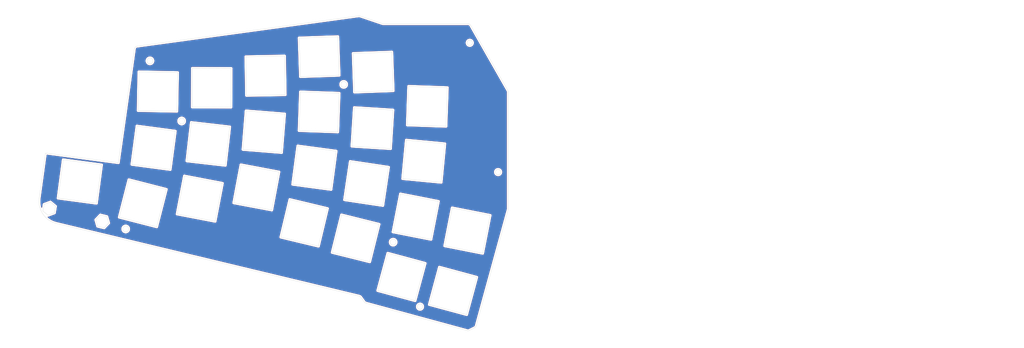
<source format=kicad_pcb>
(kicad_pcb (version 20211014) (generator pcbnew)
  (layers (0 "F.Cu" signal) (31 "B.Cu" signal) (34 "B.Paste" user) (35 "F.Paste" user) (36 "B.SilkS" user "B.Silkscreen") (37 "F.SilkS" user "F.Silkscreen") (38 "B.Mask" user) (39 "F.Mask" user) (44 "Edge.Cuts" user))
  (net 0 "")
  (gr_line (start -134.343213 40.571573) (end -136.169561 54.310995) (layer "Edge.Cuts") (width 0.09))
  (gr_line (start -99.851304 68.009352) (end -86.230969 70.573537) (layer "Edge.Cuts") (width 0.09))
  (gr_circle (center -33.420321 104.992094) (end -32.420321 104.992094) (layer "Edge.Cuts") (width 0.09) (fill none))
  (gr_line (start -69.598097 83.473686) (end -66.369393 69.995151) (layer "Edge.Cuts") (width 0.09))
  (gr_line (start -47.972439 75.591838) (end -61.420792 72.23989) (layer "Edge.Cuts") (width 0.09))
  (gr_line (start -77.01491 47.672274) (end -78.85204 61.409825) (layer "Edge.Cuts") (width 0.09))
  (gr_line (start -101.205912 40.884131) (end -114.975699 39.303968) (layer "Edge.Cuts") (width 0.09))
  (gr_line (start -63.27736 49.509404) (end -77.01491 47.672274) (layer "Edge.Cuts") (width 0.09))
  (gr_line (start -81.682353 15.614352) (end -95.539931 15.870214) (layer "Edge.Cuts") (width 0.09))
  (gr_line (start -82.744907 50.087128) (end -81.637026 36.271749) (layer "Edge.Cuts") (width 0.09))
  (gr_curve (pts (xy -16.580965 113.50541) (xy -16.344136 113.569704) (xy -16.091955 113.544684) (xy -15.872395 113.435109)) (layer "Edge.Cuts") (width 0.09))
  (gr_line (start -167.434093 68.50455) (end -167.843405 70.894624) (layer "Edge.Cuts") (width 0.09))
  (gr_line (start -117.430128 58.382753) (end -120.039115 71.994916) (layer "Edge.Cuts") (width 0.09))
  (gr_line (start -62.70705 42.74361) (end -62.218053 28.892457) (layer "Edge.Cuts") (width 0.09))
  (gr_curve (pts (xy -54.829276 1.412597) (xy -54.975886 1.363009) (xy -55.131992 1.34813) (xy -55.285321 1.369124)) (layer "Edge.Cuts") (width 0.09))
  (gr_line (start -76.546306 9.183282) (end -76.06791 23.035137) (layer "Edge.Cuts") (width 0.09))
  (gr_circle (center -60.625543 25.768284) (end -59.525543 25.768284) (layer "Edge.Cuts") (width 0.09) (fill none))
  (gr_line (start -43.908561 48.704759) (end -43.033012 34.872868) (layer "Edge.Cuts") (width 0.09))
  (gr_curve (pts (xy -15.40834 4.687397) (xy -15.586301 4.375465) (xy -15.917827 4.182927) (xy -16.276935 4.182927)) (layer "Edge.Cuts") (width 0.09))
  (gr_line (start -46.653296 68.961843) (end -44.602984 55.254326) (layer "Edge.Cuts") (width 0.09))
  (gr_line (start -31.543951 89.51571) (end -44.924204 85.901622) (layer "Edge.Cuts") (width 0.09))
  (gr_line (start -114.975699 39.303968) (end -116.555862 53.073754) (layer "Edge.Cuts") (width 0.09))
  (gr_curve (pts (xy -166.903292 50.261682) (xy -166.903292 50.261682) (xy -169.130094 66.411622) (xy -169.130094 66.411622)) (layer "Edge.Cuts") (width 0.09))
  (gr_line (start -79.847928 66.766446) (end -83.076633 80.244981) (layer "Edge.Cuts") (width 0.09))
  (gr_line (start -57.291364 14.698999) (end -56.794802 28.550508) (layer "Edge.Cuts") (width 0.09))
  (gr_line (start -48.538291 99.281874) (end -35.158039 102.895962) (layer "Edge.Cuts") (width 0.09))
  (gr_line (start -37.983955 40.258136) (end -24.132808 40.74714) (layer "Edge.Cuts") (width 0.09))
  (gr_curve (pts (xy -15.872395 113.435109) (xy -15.872395 113.435109) (xy -13.956405 112.478987) (xy -13.956405 112.478987)) (layer "Edge.Cuts") (width 0.09))
  (gr_curve (pts (xy -1.999986 28.455412) (xy -1.999986 28.281629) (xy -2.045289 28.110838) (xy -2.131394 27.959878)) (layer "Edge.Cuts") (width 0.09))
  (gr_line (start -95.539931 15.870214) (end -95.284069 29.727792) (layer "Edge.Cuts") (width 0.09))
  (gr_curve (pts (xy -16.276935 4.182927) (xy -16.276935 4.182927) (xy -46.474144 4.182927) (xy -46.474144 4.182927)) (layer "Edge.Cuts") (width 0.09))
  (gr_line (start -147.369849 72.276429) (end -149.045483 74.02921) (layer "Edge.Cuts") (width 0.09))
  (gr_line (start -83.666784 56.953202) (end -97.287119 54.389017) (layer "Edge.Cuts") (width 0.09))
  (gr_circle (center -129.68229 17.371) (end -128.58229 17.371) (layer "Edge.Cuts") (width 0.09) (fill none))
  (gr_curve (pts (xy -13.956405 112.478987) (xy -13.702243 112.352143) (xy -13.514011 112.123195) (xy -13.438693 111.84931)) (layer "Edge.Cuts") (width 0.09))
  (gr_line (start -145.014079 72.851179) (end -147.369849 72.276429) (layer "Edge.Cuts") (width 0.09))
  (gr_line (start -133.656421 21.256911) (end -133.9278 35.113822) (layer "Edge.Cuts") (width 0.09))
  (gr_line (start -25.84497 60.69952) (end -24.5337 46.901411) (layer "Edge.Cuts") (width 0.09))
  (gr_line (start -95.284069 29.727792) (end -81.426491 29.47193) (layer "Edge.Cuts") (width 0.09))
  (gr_line (start -103.817965 60.991739) (end -117.430128 58.382753) (layer "Edge.Cuts") (width 0.09))
  (gr_line (start -11.060986 86.012041) (end -8.386599 72.412808) (layer "Edge.Cuts") (width 0.09))
  (gr_line (start -100.784696 33.92339) (end -100.715678 20.063107) (layer "Edge.Cuts") (width 0.09))
  (gr_line (start -43.088443 78.372828) (end -29.487207 81.037293) (layer "Edge.Cuts") (width 0.09))
  (gr_line (start -26.534542 90.86879) (end -30.148601 104.249071) (layer "Edge.Cuts") (width 0.09))
  (gr_line (start -146.009576 76.931492) (end -144.333943 75.178711) (layer "Edge.Cuts") (width 0.09))
  (gr_line (start -81.637026 36.271749) (end -95.452405 35.163868) (layer "Edge.Cuts") (width 0.09))
  (gr_line (start -137.224863 59.702651) (end -140.670128 73.127976) (layer "Edge.Cuts") (width 0.09))
  (gr_circle (center -138.330513 77.292745) (end -137.230513 77.292745) (layer "Edge.Cuts") (width 0.09) (fill none))
  (gr_line (start -44.602984 55.254326) (end -58.310501 53.204013) (layer "Edge.Cuts") (width 0.09))
  (gr_line (start -51.324387 89.04019) (end -47.972439 75.591838) (layer "Edge.Cuts") (width 0.09))
  (gr_line (start -23.643805 26.895993) (end -37.494951 26.40699) (layer "Edge.Cuts") (width 0.09))
  (gr_line (start -24.660219 83.337653) (end -11.060986 86.012041) (layer "Edge.Cuts") (width 0.09))
  (gr_line (start -96.560286 48.979248) (end -82.744907 50.087128) (layer "Edge.Cuts") (width 0.09))
  (gr_line (start -106.426952 74.603903) (end -103.817965 60.991739) (layer "Edge.Cuts") (width 0.09))
  (gr_curve (pts (xy -169.130094 66.411622) (xy -169.691925 70.486352) (xy -167.072253 74.323069) (xy -163.072626 75.283303)) (layer "Edge.Cuts") (width 0.09))
  (gr_line (start -162.463649 66.332309) (end -148.725385 68.165155) (layer "Edge.Cuts") (width 0.09))
  (gr_line (start -163.703675 71.603573) (end -163.294363 69.213499) (layer "Edge.Cuts") (width 0.09))
  (gr_line (start -56.864903 33.997319) (end -57.740452 47.82921) (layer "Edge.Cuts") (width 0.09))
  (gr_circle (center -43 82) (end -41.9 82) (layer "Edge.Cuts") (width 0.09) (fill none))
  (gr_line (start -146.892539 54.426891) (end -160.630803 52.594045) (layer "Edge.Cuts") (width 0.09))
  (gr_line (start -43.439855 14.202438) (end -57.291364 14.698999) (layer "Edge.Cuts") (width 0.09))
  (gr_line (start -160.630803 52.594045) (end -162.463649 66.332309) (layer "Edge.Cuts") (width 0.09))
  (gr_line (start -37.494951 26.40699) (end -37.983955 40.258136) (layer "Edge.Cuts") (width 0.09))
  (gr_circle (center -118.380307 38.811769) (end -117.280307 38.811769) (layer "Edge.Cuts") (width 0.09) (fill none))
  (gr_line (start -81.426491 29.47193) (end -81.682353 15.614352) (layer "Edge.Cuts") (width 0.09))
  (gr_line (start -38.331809 45.59014) (end -39.64308 59.388249) (layer "Edge.Cuts") (width 0.09))
  (gr_line (start -65.11449 63.246954) (end -63.27736 49.509404) (layer "Edge.Cuts") (width 0.09))
  (gr_line (start -100.715678 20.063107) (end -114.575961 19.99409) (layer "Edge.Cuts") (width 0.09))
  (gr_line (start -120.603791 42.397922) (end -134.343213 40.571573) (layer "Edge.Cuts") (width 0.09))
  (gr_line (start -78.85204 61.409825) (end -65.11449 63.246954) (layer "Edge.Cuts") (width 0.09))
  (gr_line (start -165.159572 67.663987) (end -167.434093 68.50455) (layer "Edge.Cuts") (width 0.09))
  (gr_curve (pts (xy -134.320936 12.188812) (xy -134.764018 12.249468) (xy -135.112941 12.596927) (xy -135.17547 13.039751)) (layer "Edge.Cuts") (width 0.09))
  (gr_curve (pts (xy -1.999986 29.16493) (xy -1.999986 29.16493) (xy -1.999986 28.455412) (xy -1.999986 28.455412)) (layer "Edge.Cuts") (width 0.09))
  (gr_curve (pts (xy -55.094204 101.206592) (xy -54.862758 101.262144) (xy -54.658701 101.398462) (xy -54.518744 101.591)) (layer "Edge.Cuts") (width 0.09))
  (gr_line (start -58.310501 53.204013) (end -60.360814 66.911531) (layer "Edge.Cuts") (width 0.09))
  (gr_line (start -83.076633 80.244981) (end -69.598097 83.473686) (layer "Edge.Cuts") (width 0.09))
  (gr_line (start -123.799538 63.147917) (end -137.224863 59.702651) (layer "Edge.Cuts") (width 0.09))
  (gr_line (start -13.154261 94.482849) (end -26.534542 90.86879) (layer "Edge.Cuts") (width 0.09))
  (gr_line (start -62.218053 28.892457) (end -76.069205 28.40346) (layer "Edge.Cuts") (width 0.09))
  (gr_line (start -86.230969 70.573537) (end -83.666784 56.953202) (layer "Edge.Cuts") (width 0.09))
  (gr_line (start -149.045483 74.02921) (end -148.365346 76.356742) (layer "Edge.Cuts") (width 0.09))
  (gr_line (start -76.06791 23.035137) (end -62.216056 22.556742) (layer "Edge.Cuts") (width 0.09))
  (gr_line (start -97.287119 54.389017) (end -99.851304 68.009352) (layer "Edge.Cuts") (width 0.09))
  (gr_curve (pts (xy -52.718143 103.693003) (xy -52.718143 103.693003) (xy -16.580965 113.50541) (xy -16.580965 113.50541)) (layer "Edge.Cuts") (width 0.09))
  (gr_line (start -30.148601 104.249071) (end -16.76832 107.86313) (layer "Edge.Cuts") (width 0.09))
  (gr_line (start -8.386599 72.412808) (end -21.985831 69.738421) (layer "Edge.Cuts") (width 0.09))
  (gr_line (start -114.575961 19.99409) (end -114.644978 33.854372) (layer "Edge.Cuts") (width 0.09))
  (gr_curve (pts (xy -46.474144 4.182927) (xy -46.583095 4.182927) (xy -46.691336 4.16512) (xy -46.794538 4.130196)) (layer "Edge.Cuts") (width 0.09))
  (gr_line (start -127.244803 76.573241) (end -123.799538 63.147917) (layer "Edge.Cuts") (width 0.09))
  (gr_line (start -76.069205 28.40346) (end -76.558203 42.254612) (layer "Edge.Cuts") (width 0.09))
  (gr_line (start -122.43014 56.137343) (end -120.603791 42.397922) (layer "Edge.Cuts") (width 0.09))
  (gr_line (start -24.132808 40.74714) (end -23.643805 26.895993) (layer "Edge.Cuts") (width 0.09))
  (gr_line (start -165.978196 72.444135) (end -163.703675 71.603573) (layer "Edge.Cuts") (width 0.09))
  (gr_curve (pts (xy -13.438693 111.84931) (xy -13.438693 111.84931) (xy -2.035772 70.375183) (xy -2.035772 70.375183)) (layer "Edge.Cuts") (width 0.09))
  (gr_line (start -16.76832 107.86313) (end -13.154261 94.482849) (layer "Edge.Cuts") (width 0.09))
  (gr_line (start -102.786076 54.653918) (end -101.205912 40.884131) (layer "Edge.Cuts") (width 0.09))
  (gr_line (start -76.558203 42.254612) (end -62.70705 42.74361) (layer "Edge.Cuts") (width 0.09))
  (gr_line (start -163.294363 69.213499) (end -165.159572 67.663987) (layer "Edge.Cuts") (width 0.09))
  (gr_line (start -21.985831 69.738421) (end -24.660219 83.337653) (layer "Edge.Cuts") (width 0.09))
  (gr_curve (pts (xy -55.285321 1.369124) (xy -55.285321 1.369124) (xy -134.320936 12.188812) (xy -134.320936 12.188812)) (layer "Edge.Cuts") (width 0.09))
  (gr_curve (pts (xy -2.131394 27.959878) (xy -2.131394 27.959878) (xy -15.40834 4.687397) (xy -15.40834 4.687397)) (layer "Edge.Cuts") (width 0.09))
  (gr_line (start -60.360814 66.911531) (end -46.653296 68.961843) (layer "Edge.Cuts") (width 0.09))
  (gr_line (start -40.423978 64.771593) (end -43.088443 78.372828) (layer "Edge.Cuts") (width 0.09))
  (gr_line (start -24.5337 46.901411) (end -38.331809 45.59014) (layer "Edge.Cuts") (width 0.09))
  (gr_curve (pts (xy -1.999986 70.110083) (xy -1.999986 70.110083) (xy -1.999986 29.16493) (xy -1.999986 29.16493)) (layer "Edge.Cuts") (width 0.09))
  (gr_line (start -56.794802 28.550508) (end -42.943294 28.053946) (layer "Edge.Cuts") (width 0.09))
  (gr_line (start -35.158039 102.895962) (end -31.543951 89.51571) (layer "Edge.Cuts") (width 0.09))
  (gr_line (start -64.772739 85.688242) (end -51.324387 89.04019) (layer "Edge.Cuts") (width 0.09))
  (gr_line (start -120.039115 71.994916) (end -106.426952 74.603903) (layer "Edge.Cuts") (width 0.09))
  (gr_line (start -61.420792 72.23989) (end -64.772739 85.688242) (layer "Edge.Cuts") (width 0.09))
  (gr_curve (pts (xy -2.035772 70.375183) (xy -2.012022 70.288819) (xy -1.999986 70.199656) (xy -1.999986 70.110083)) (layer "Edge.Cuts") (width 0.09))
  (gr_line (start -26.822743 67.436057) (end -40.423978 64.771593) (layer "Edge.Cuts") (width 0.09))
  (gr_line (start -114.644978 33.854372) (end -100.784696 33.92339) (layer "Edge.Cuts") (width 0.09))
  (gr_line (start -43.033012 34.872868) (end -56.864903 33.997319) (layer "Edge.Cuts") (width 0.09))
  (gr_line (start -29.487207 81.037293) (end -26.822743 67.436057) (layer "Edge.Cuts") (width 0.09))
  (gr_line (start -148.725385 68.165155) (end -146.892539 54.426891) (layer "Edge.Cuts") (width 0.09))
  (gr_curve (pts (xy -46.794538 4.130196) (xy -46.794538 4.130196) (xy -54.829276 1.412597) (xy -54.829276 1.412597)) (layer "Edge.Cuts") (width 0.09))
  (gr_line (start -133.9278 35.113822) (end -120.070888 35.385201) (layer "Edge.Cuts") (width 0.09))
  (gr_line (start -119.79951 21.52829) (end -133.656421 21.256911) (layer "Edge.Cuts") (width 0.09))
  (gr_curve (pts (xy -140.918875 53.717759) (xy -140.918875 53.717759) (xy -166.903292 50.261682) (xy -166.903292 50.261682)) (layer "Edge.Cuts") (width 0.09))
  (gr_line (start -167.843405 70.894624) (end -165.978196 72.444135) (layer "Edge.Cuts") (width 0.09))
  (gr_curve (pts (xy -53.265009 103.315894) (xy -53.131016 103.50025) (xy -52.938091 103.633295) (xy -52.718143 103.693003)) (layer "Edge.Cuts") (width 0.09))
  (gr_line (start -62.216056 22.556742) (end -62.694451 8.704887) (layer "Edge.Cuts") (width 0.09))
  (gr_line (start -140.670128 73.127976) (end -127.244803 76.573241) (layer "Edge.Cuts") (width 0.09))
  (gr_circle (center -5.586736 57.018427) (end -4.586736 57.018427) (layer "Edge.Cuts") (width 0.09) (fill none))
  (gr_line (start -62.694451 8.704887) (end -76.546306 9.183282) (layer "Edge.Cuts") (width 0.09))
  (gr_line (start -42.943294 28.053946) (end -43.439855 14.202438) (layer "Edge.Cuts") (width 0.09))
  (gr_line (start -148.365346 76.356742) (end -146.009576 76.931492) (layer "Edge.Cuts") (width 0.09))
  (gr_line (start -57.740452 47.82921) (end -43.908561 48.704759) (layer "Edge.Cuts") (width 0.09))
  (gr_line (start -144.333943 75.178711) (end -145.014079 72.851179) (layer "Edge.Cuts") (width 0.09))
  (gr_curve (pts (xy -135.17547 13.039751) (xy -135.17547 13.039751) (xy -140.918875 53.717759) (xy -140.918875 53.717759)) (layer "Edge.Cuts") (width 0.09))
  (gr_line (start -116.555862 53.073754) (end -102.786076 54.653918) (layer "Edge.Cuts") (width 0.09))
  (gr_line (start -66.369393 69.995151) (end -79.847928 66.766446) (layer "Edge.Cuts") (width 0.09))
  (gr_line (start -44.924204 85.901622) (end -48.538291 99.281874) (layer "Edge.Cuts") (width 0.09))
  (gr_line (start -136.169561 54.310995) (end -122.43014 56.137343) (layer "Edge.Cuts") (width 0.09))
  (gr_circle (center -15.684 10.941762) (end -14.684 10.941762) (layer "Edge.Cuts") (width 0.09) (fill none))
  (gr_curve (pts (xy -54.518744 101.591) (xy -54.518744 101.591) (xy -53.265009 103.315894) (xy -53.265009 103.315894)) (layer "Edge.Cuts") (width 0.09))
  (gr_line (start -120.070888 35.385201) (end -119.79951 21.52829) (layer "Edge.Cuts") (width 0.09))
  (gr_curve (pts (xy -163.072626 75.283303) (xy -163.072626 75.283303) (xy -55.094204 101.206592) (xy -55.094204 101.206592)) (layer "Edge.Cuts") (width 0.09))
  (gr_line (start -39.64308 59.388249) (end -25.84497 60.69952) (layer "Edge.Cuts") (width 0.09))
  (gr_line (start -95.452405 35.163868) (end -96.560286 48.979248) (layer "Edge.Cuts") (width 0.09))
  (zone (net 0) (net_name "") (layers F&B.Cu) (connect_pads (clearance 0.508)) (min_thickness 0.254) (fill yes (thermal_gap 0.508) (thermal_bridge_width 0.508))
    (polygon (pts (xy 181.864 73.279) (xy 1.651 119.761) (xy -183.134 77.724) (xy -169.545 -1.905) (xy 176.403 -4.318)))
  )
)
</source>
